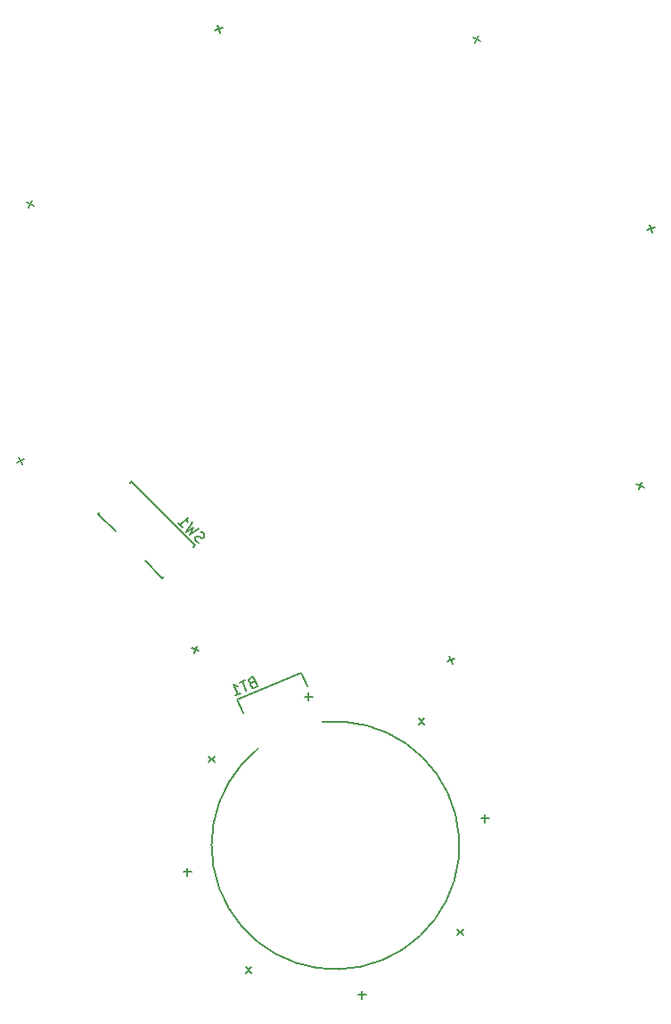
<source format=gbr>
%TF.GenerationSoftware,KiCad,Pcbnew,9.0.0*%
%TF.CreationDate,2025-02-27T14:29:49+01:00*%
%TF.ProjectId,CogLightBadgeTHT,436f674c-6967-4687-9442-616467655448,rev?*%
%TF.SameCoordinates,Original*%
%TF.FileFunction,Legend,Bot*%
%TF.FilePolarity,Positive*%
%FSLAX46Y46*%
G04 Gerber Fmt 4.6, Leading zero omitted, Abs format (unit mm)*
G04 Created by KiCad (PCBNEW 9.0.0) date 2025-02-27 14:29:49*
%MOMM*%
%LPD*%
G01*
G04 APERTURE LIST*
%ADD10C,0.150000*%
G04 APERTURE END LIST*
D10*
X67657647Y-135391292D02*
X68196395Y-135930040D01*
X67657647Y-135930040D02*
X68196395Y-135391292D01*
X90422705Y-121645765D02*
X90422705Y-120883861D01*
X90803658Y-121264813D02*
X90041753Y-121264813D01*
X84099303Y-111787638D02*
X84638051Y-112326386D01*
X84099303Y-112326386D02*
X84638051Y-111787638D01*
X46835680Y-62746119D02*
X47539589Y-63037688D01*
X47041850Y-63243858D02*
X47333419Y-62539950D01*
X45921455Y-87442457D02*
X46625363Y-87150889D01*
X46419193Y-87648627D02*
X46127624Y-86944719D01*
X62743407Y-105561351D02*
X63034976Y-104857442D01*
X63241146Y-105355181D02*
X62537238Y-105063612D01*
X73277148Y-109721631D02*
X74039053Y-109721631D01*
X73658100Y-110102584D02*
X73658100Y-109340679D01*
X87013239Y-105848438D02*
X87304807Y-106552346D01*
X86807069Y-106346176D02*
X87510977Y-106054607D01*
X104808061Y-89505068D02*
X105511970Y-89796637D01*
X105014231Y-90002807D02*
X105305800Y-89298899D01*
X105825615Y-65370449D02*
X106529523Y-65078881D01*
X106323353Y-65576619D02*
X106031784Y-64872711D01*
X89492050Y-47597905D02*
X89783619Y-46893996D01*
X89989789Y-47391735D02*
X89285881Y-47100166D01*
X64966005Y-45920761D02*
X65257573Y-46624669D01*
X64759835Y-46418499D02*
X65463743Y-46126930D01*
X62114918Y-126719455D02*
X62114918Y-125957551D01*
X62495871Y-126338503D02*
X61733966Y-126338503D01*
X87789825Y-132333798D02*
X88328573Y-131795050D01*
X88328573Y-132333798D02*
X87789825Y-131795050D01*
X78357395Y-138022505D02*
X79119300Y-138022505D01*
X78738347Y-138403458D02*
X78738347Y-137641553D01*
X64180924Y-115908181D02*
X64719672Y-115369433D01*
X64719672Y-115908181D02*
X64180924Y-115369433D01*
X68263503Y-108347581D02*
X68149744Y-108446244D01*
X68149744Y-108446244D02*
X68123972Y-108508461D01*
X68123972Y-108508461D02*
X68116424Y-108614673D01*
X68116424Y-108614673D02*
X68171093Y-108746656D01*
X68171093Y-108746656D02*
X68251534Y-108816421D01*
X68251534Y-108816421D02*
X68313751Y-108842192D01*
X68313751Y-108842192D02*
X68419962Y-108849741D01*
X68419962Y-108849741D02*
X68771917Y-108703956D01*
X68771917Y-108703956D02*
X68389233Y-107780077D01*
X68389233Y-107780077D02*
X68081273Y-107907638D01*
X68081273Y-107907638D02*
X68011508Y-107988078D01*
X68011508Y-107988078D02*
X67985737Y-108050296D01*
X67985737Y-108050296D02*
X67978188Y-108156507D01*
X67978188Y-108156507D02*
X68014634Y-108244496D01*
X68014634Y-108244496D02*
X68095075Y-108314261D01*
X68095075Y-108314261D02*
X68157292Y-108340032D01*
X68157292Y-108340032D02*
X68263503Y-108347581D01*
X68263503Y-108347581D02*
X68571463Y-108220020D01*
X67597336Y-108108091D02*
X67069405Y-108326768D01*
X67716054Y-109141309D02*
X67333371Y-108217429D01*
X66660192Y-109578662D02*
X67188123Y-109359985D01*
X66924157Y-109469323D02*
X66541474Y-108545444D01*
X66541474Y-108545444D02*
X66684131Y-108640981D01*
X66684131Y-108640981D02*
X66808566Y-108692523D01*
X66808566Y-108692523D02*
X66914778Y-108700071D01*
X63173301Y-95066528D02*
X63038614Y-94999185D01*
X63038614Y-94999185D02*
X62870256Y-94830826D01*
X62870256Y-94830826D02*
X62836584Y-94729811D01*
X62836584Y-94729811D02*
X62836584Y-94662467D01*
X62836584Y-94662467D02*
X62870256Y-94561452D01*
X62870256Y-94561452D02*
X62937599Y-94494108D01*
X62937599Y-94494108D02*
X63038614Y-94460437D01*
X63038614Y-94460437D02*
X63105958Y-94460437D01*
X63105958Y-94460437D02*
X63206973Y-94494108D01*
X63206973Y-94494108D02*
X63375332Y-94595124D01*
X63375332Y-94595124D02*
X63476347Y-94628795D01*
X63476347Y-94628795D02*
X63543691Y-94628795D01*
X63543691Y-94628795D02*
X63644706Y-94595124D01*
X63644706Y-94595124D02*
X63712049Y-94527780D01*
X63712049Y-94527780D02*
X63745721Y-94426765D01*
X63745721Y-94426765D02*
X63745721Y-94359421D01*
X63745721Y-94359421D02*
X63712049Y-94258406D01*
X63712049Y-94258406D02*
X63543691Y-94090047D01*
X63543691Y-94090047D02*
X63409004Y-94022704D01*
X63206973Y-93753330D02*
X62331507Y-94292078D01*
X62331507Y-94292078D02*
X62701897Y-93652314D01*
X62701897Y-93652314D02*
X62062133Y-94022704D01*
X62062133Y-94022704D02*
X62600881Y-93147238D01*
X61254012Y-93214582D02*
X61658073Y-93618643D01*
X61456042Y-93416612D02*
X62163149Y-92709506D01*
X62163149Y-92709506D02*
X62129477Y-92877864D01*
X62129477Y-92877864D02*
X62129477Y-93012551D01*
X62129477Y-93012551D02*
X62163149Y-93113567D01*
%TO.C,BT1*%
X66875189Y-109936231D02*
X67410946Y-111229662D01*
X73508551Y-108703952D02*
X72972794Y-107410520D01*
X72972794Y-107410520D02*
X66875189Y-109936231D01*
X74924480Y-112122306D02*
G75*
G02*
X68820365Y-114653250I1275520J-11702694D01*
G01*
%TO.C,SW1*%
X55305938Y-93977207D02*
X53679592Y-92350862D01*
X53679592Y-92350862D02*
X53821013Y-92209440D01*
X56790862Y-89239592D02*
X56649440Y-89381013D01*
X59760710Y-98431980D02*
X59902132Y-98290559D01*
X56790862Y-89239592D02*
X62871980Y-95320710D01*
X62871980Y-95320710D02*
X62730559Y-95462132D01*
X58134365Y-96805634D02*
X59760710Y-98431980D01*
%TD*%
M02*

</source>
